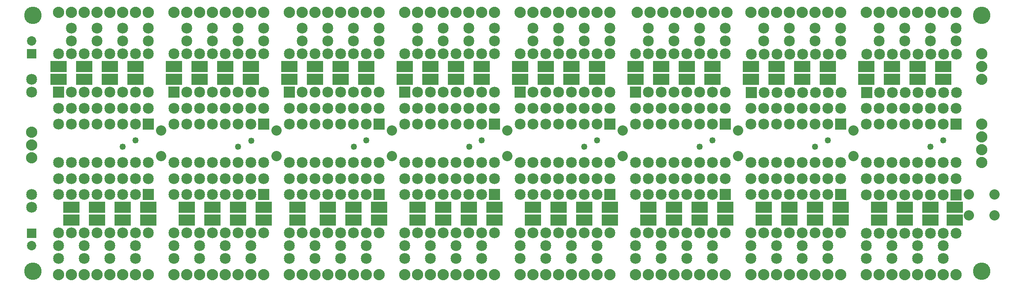
<source format=gbs>
G04 MADE WITH FRITZING*
G04 WWW.FRITZING.ORG*
G04 DOUBLE SIDED*
G04 HOLES PLATED*
G04 CONTOUR ON CENTER OF CONTOUR VECTOR*
%ASAXBY*%
%FSLAX23Y23*%
%MOIN*%
%OFA0B0*%
%SFA1.0B1.0*%
%ADD10C,0.080000*%
%ADD11C,0.088000*%
%ADD12C,0.135984*%
%ADD13C,0.072992*%
%ADD14C,0.085000*%
%ADD15C,0.049370*%
%ADD16R,0.072992X0.072992*%
%ADD17R,0.128110X0.088740*%
%ADD18R,0.085000X0.085000*%
%LNMASK0*%
G90*
G70*
G54D10*
X7660Y754D03*
X7460Y754D03*
X1160Y1254D03*
X1160Y1054D03*
X2060Y1254D03*
X2060Y1054D03*
X2960Y1254D03*
X2960Y1054D03*
X3860Y1254D03*
X3860Y1054D03*
X4760Y1254D03*
X4760Y1054D03*
X5660Y1254D03*
X5660Y1054D03*
X6560Y1254D03*
X6560Y1054D03*
X7660Y591D03*
X7460Y591D03*
G54D11*
X7560Y1004D03*
X7560Y1104D03*
X7560Y1204D03*
X7560Y1304D03*
G54D12*
X160Y2154D03*
X160Y154D03*
G54D11*
X7560Y1854D03*
X7560Y1754D03*
X7560Y1654D03*
G54D13*
X148Y452D03*
X148Y354D03*
X148Y1855D03*
X148Y1954D03*
G54D14*
X148Y754D03*
X148Y654D03*
X148Y1554D03*
X148Y1654D03*
G54D11*
X148Y1241D03*
X148Y1141D03*
X148Y1041D03*
G54D15*
X5460Y1179D03*
X5360Y1129D03*
X6260Y1129D03*
X6360Y1179D03*
X7260Y1179D03*
X7160Y1129D03*
X4560Y1179D03*
X4460Y1129D03*
X960Y1179D03*
X860Y1129D03*
X3660Y1179D03*
X3561Y1129D03*
X1861Y1175D03*
X1760Y1129D03*
X2661Y1129D03*
X2760Y1179D03*
G54D11*
X1060Y2179D03*
X960Y2179D03*
X860Y2179D03*
X760Y2179D03*
X660Y2179D03*
X560Y2179D03*
X460Y2179D03*
X360Y2179D03*
X1960Y2179D03*
X1860Y2179D03*
X1760Y2179D03*
X1660Y2179D03*
X1560Y2179D03*
X1460Y2179D03*
X1360Y2179D03*
X1260Y2179D03*
X2860Y2179D03*
X2760Y2179D03*
X2660Y2179D03*
X2560Y2179D03*
X2460Y2179D03*
X2360Y2179D03*
X2260Y2179D03*
X2160Y2179D03*
X3760Y2179D03*
X3660Y2179D03*
X3560Y2179D03*
X3460Y2179D03*
X3360Y2179D03*
X3260Y2179D03*
X3160Y2179D03*
X3060Y2179D03*
X4660Y2179D03*
X4560Y2179D03*
X4460Y2179D03*
X4360Y2179D03*
X4260Y2179D03*
X4160Y2179D03*
X4060Y2179D03*
X3960Y2179D03*
X5573Y2179D03*
X5473Y2179D03*
X5373Y2179D03*
X5273Y2179D03*
X5173Y2179D03*
X5073Y2179D03*
X4973Y2179D03*
X4873Y2179D03*
X6460Y2179D03*
X6360Y2179D03*
X6260Y2179D03*
X6160Y2179D03*
X6060Y2179D03*
X5960Y2179D03*
X5860Y2179D03*
X5760Y2179D03*
X7360Y2179D03*
X7260Y2179D03*
X7160Y2179D03*
X7060Y2179D03*
X6960Y2179D03*
X6860Y2179D03*
X6760Y2179D03*
X6660Y2179D03*
G54D12*
X7560Y154D03*
X7560Y2154D03*
G54D14*
X1060Y1304D03*
X1060Y1004D03*
X960Y1304D03*
X960Y1004D03*
X860Y1304D03*
X860Y1004D03*
X760Y1304D03*
X760Y1004D03*
X660Y1304D03*
X660Y1004D03*
X560Y1304D03*
X560Y1004D03*
X460Y1304D03*
X460Y1004D03*
X360Y1304D03*
X360Y1004D03*
X1960Y1304D03*
X1960Y1004D03*
X1860Y1304D03*
X1860Y1004D03*
X1760Y1304D03*
X1760Y1004D03*
X1660Y1304D03*
X1660Y1004D03*
X1560Y1304D03*
X1560Y1004D03*
X1460Y1304D03*
X1460Y1004D03*
X1360Y1304D03*
X1360Y1004D03*
X1260Y1304D03*
X1260Y1004D03*
X2860Y1304D03*
X2860Y1004D03*
X2760Y1304D03*
X2760Y1004D03*
X2660Y1304D03*
X2660Y1004D03*
X2560Y1304D03*
X2560Y1004D03*
X2460Y1304D03*
X2460Y1004D03*
X2360Y1304D03*
X2360Y1004D03*
X2260Y1304D03*
X2260Y1004D03*
X2160Y1304D03*
X2160Y1004D03*
X3760Y1304D03*
X3760Y1004D03*
X3660Y1304D03*
X3660Y1004D03*
X3560Y1304D03*
X3560Y1004D03*
X3460Y1304D03*
X3460Y1004D03*
X3360Y1304D03*
X3360Y1004D03*
X3260Y1304D03*
X3260Y1004D03*
X3160Y1304D03*
X3160Y1004D03*
X3060Y1304D03*
X3060Y1004D03*
X4660Y1304D03*
X4660Y1004D03*
X4560Y1304D03*
X4560Y1004D03*
X4460Y1304D03*
X4460Y1004D03*
X4360Y1304D03*
X4360Y1004D03*
X4260Y1304D03*
X4260Y1004D03*
X4160Y1304D03*
X4160Y1004D03*
X4060Y1304D03*
X4060Y1004D03*
X3960Y1304D03*
X3960Y1004D03*
X5560Y1304D03*
X5560Y1004D03*
X5460Y1304D03*
X5460Y1004D03*
X5360Y1304D03*
X5360Y1004D03*
X5260Y1304D03*
X5260Y1004D03*
X5160Y1304D03*
X5160Y1004D03*
X5060Y1304D03*
X5060Y1004D03*
X4960Y1304D03*
X4960Y1004D03*
X4860Y1304D03*
X4860Y1004D03*
X6460Y1304D03*
X6460Y1004D03*
X6360Y1304D03*
X6360Y1004D03*
X6260Y1304D03*
X6260Y1004D03*
X6160Y1304D03*
X6160Y1004D03*
X6060Y1304D03*
X6060Y1004D03*
X5960Y1304D03*
X5960Y1004D03*
X5860Y1304D03*
X5860Y1004D03*
X5760Y1304D03*
X5760Y1004D03*
X7360Y1304D03*
X7360Y1004D03*
X7260Y1304D03*
X7260Y1004D03*
X7160Y1304D03*
X7160Y1004D03*
X7060Y1304D03*
X7060Y1004D03*
X6960Y1304D03*
X6960Y1004D03*
X6860Y1304D03*
X6860Y1004D03*
X6760Y1304D03*
X6760Y1004D03*
X6660Y1304D03*
X6660Y1004D03*
X1060Y754D03*
X1060Y454D03*
X960Y754D03*
X960Y454D03*
X860Y754D03*
X860Y454D03*
X760Y754D03*
X760Y454D03*
X660Y754D03*
X660Y454D03*
X560Y754D03*
X560Y454D03*
X460Y754D03*
X460Y454D03*
X360Y754D03*
X360Y454D03*
X1960Y754D03*
X1960Y454D03*
X1860Y754D03*
X1860Y454D03*
X1760Y754D03*
X1760Y454D03*
X1660Y754D03*
X1660Y454D03*
X1560Y754D03*
X1560Y454D03*
X1460Y754D03*
X1460Y454D03*
X1360Y754D03*
X1360Y454D03*
X1260Y754D03*
X1260Y454D03*
X2860Y754D03*
X2860Y454D03*
X2760Y754D03*
X2760Y454D03*
X2660Y754D03*
X2660Y454D03*
X2560Y754D03*
X2560Y454D03*
X2460Y754D03*
X2460Y454D03*
X2360Y754D03*
X2360Y454D03*
X2260Y754D03*
X2260Y454D03*
X2160Y754D03*
X2160Y454D03*
X3760Y754D03*
X3760Y454D03*
X3660Y754D03*
X3660Y454D03*
X3560Y754D03*
X3560Y454D03*
X3460Y754D03*
X3460Y454D03*
X3360Y754D03*
X3360Y454D03*
X3260Y754D03*
X3260Y454D03*
X3160Y754D03*
X3160Y454D03*
X3060Y754D03*
X3060Y454D03*
X4660Y754D03*
X4660Y454D03*
X4560Y754D03*
X4560Y454D03*
X4460Y754D03*
X4460Y454D03*
X4360Y754D03*
X4360Y454D03*
X4260Y754D03*
X4260Y454D03*
X4160Y754D03*
X4160Y454D03*
X4060Y754D03*
X4060Y454D03*
X3960Y754D03*
X3960Y454D03*
X5560Y754D03*
X5560Y454D03*
X5460Y754D03*
X5460Y454D03*
X5360Y754D03*
X5360Y454D03*
X5260Y754D03*
X5260Y454D03*
X5160Y754D03*
X5160Y454D03*
X5060Y754D03*
X5060Y454D03*
X4960Y754D03*
X4960Y454D03*
X4860Y754D03*
X4860Y454D03*
X6460Y754D03*
X6460Y454D03*
X6360Y754D03*
X6360Y454D03*
X6260Y754D03*
X6260Y454D03*
X6160Y754D03*
X6160Y454D03*
X6060Y754D03*
X6060Y454D03*
X5960Y754D03*
X5960Y454D03*
X5860Y754D03*
X5860Y454D03*
X5760Y754D03*
X5760Y454D03*
X7360Y753D03*
X7360Y453D03*
X7260Y753D03*
X7260Y453D03*
X7160Y753D03*
X7160Y453D03*
X7060Y753D03*
X7060Y453D03*
X6960Y753D03*
X6960Y453D03*
X6860Y753D03*
X6860Y453D03*
X6760Y753D03*
X6760Y453D03*
X6660Y753D03*
X6660Y453D03*
X360Y1554D03*
X360Y1854D03*
X460Y1554D03*
X460Y1854D03*
X560Y1554D03*
X560Y1854D03*
X660Y1554D03*
X660Y1854D03*
X760Y1554D03*
X760Y1854D03*
X860Y1554D03*
X860Y1854D03*
X960Y1554D03*
X960Y1854D03*
X1060Y1554D03*
X1060Y1854D03*
X1260Y1554D03*
X1260Y1854D03*
X1360Y1554D03*
X1360Y1854D03*
X1460Y1554D03*
X1460Y1854D03*
X1560Y1554D03*
X1560Y1854D03*
X1660Y1554D03*
X1660Y1854D03*
X1760Y1554D03*
X1760Y1854D03*
X1860Y1554D03*
X1860Y1854D03*
X1960Y1554D03*
X1960Y1854D03*
X2160Y1554D03*
X2160Y1854D03*
X2260Y1554D03*
X2260Y1854D03*
X2360Y1554D03*
X2360Y1854D03*
X2460Y1554D03*
X2460Y1854D03*
X2560Y1554D03*
X2560Y1854D03*
X2660Y1554D03*
X2660Y1854D03*
X2760Y1554D03*
X2760Y1854D03*
X2860Y1554D03*
X2860Y1854D03*
X3060Y1554D03*
X3060Y1854D03*
X3160Y1554D03*
X3160Y1854D03*
X3260Y1554D03*
X3260Y1854D03*
X3360Y1554D03*
X3360Y1854D03*
X3460Y1554D03*
X3460Y1854D03*
X3560Y1554D03*
X3560Y1854D03*
X3660Y1554D03*
X3660Y1854D03*
X3760Y1554D03*
X3760Y1854D03*
X3960Y1554D03*
X3960Y1854D03*
X4060Y1554D03*
X4060Y1854D03*
X4160Y1554D03*
X4160Y1854D03*
X4260Y1554D03*
X4260Y1854D03*
X4360Y1554D03*
X4360Y1854D03*
X4460Y1554D03*
X4460Y1854D03*
X4560Y1554D03*
X4560Y1854D03*
X4660Y1554D03*
X4660Y1854D03*
X5761Y1553D03*
X5761Y1853D03*
X5861Y1553D03*
X5861Y1853D03*
X5961Y1553D03*
X5961Y1853D03*
X6061Y1553D03*
X6061Y1853D03*
X6161Y1553D03*
X6161Y1853D03*
X6261Y1553D03*
X6261Y1853D03*
X6361Y1553D03*
X6361Y1853D03*
X6461Y1553D03*
X6461Y1853D03*
X4860Y1554D03*
X4860Y1854D03*
X4960Y1554D03*
X4960Y1854D03*
X5060Y1554D03*
X5060Y1854D03*
X5160Y1554D03*
X5160Y1854D03*
X5260Y1554D03*
X5260Y1854D03*
X5360Y1554D03*
X5360Y1854D03*
X5460Y1554D03*
X5460Y1854D03*
X5560Y1554D03*
X5560Y1854D03*
X6661Y1553D03*
X6661Y1853D03*
X6761Y1553D03*
X6761Y1853D03*
X6861Y1553D03*
X6861Y1853D03*
X6961Y1553D03*
X6961Y1853D03*
X7061Y1553D03*
X7061Y1853D03*
X7161Y1553D03*
X7161Y1853D03*
X7261Y1553D03*
X7261Y1853D03*
X7361Y1553D03*
X7361Y1853D03*
X7360Y1954D03*
X7360Y2054D03*
X6960Y2054D03*
X6960Y1954D03*
X5560Y2054D03*
X5560Y1954D03*
X6460Y2054D03*
X6460Y1954D03*
X5360Y2054D03*
X5360Y1954D03*
X6260Y2054D03*
X6260Y1954D03*
X5160Y2054D03*
X5160Y1954D03*
X6060Y2054D03*
X6060Y1954D03*
X4960Y2054D03*
X4960Y1954D03*
X5860Y2054D03*
X5860Y1954D03*
X7260Y879D03*
X7360Y879D03*
X7060Y879D03*
X7160Y879D03*
X6860Y879D03*
X6960Y879D03*
X360Y879D03*
X460Y879D03*
X1260Y879D03*
X1360Y879D03*
X2160Y879D03*
X2260Y879D03*
X3060Y879D03*
X3160Y879D03*
X3960Y879D03*
X4060Y879D03*
X4860Y879D03*
X4960Y879D03*
X5760Y879D03*
X5860Y879D03*
X560Y879D03*
X660Y879D03*
X1460Y879D03*
X1560Y879D03*
X2360Y879D03*
X2460Y879D03*
X3260Y879D03*
X3360Y879D03*
X4160Y879D03*
X4260Y879D03*
X5060Y879D03*
X5160Y879D03*
X5960Y879D03*
X6060Y879D03*
X760Y879D03*
X860Y879D03*
X1660Y879D03*
X1760Y879D03*
X2560Y879D03*
X2660Y879D03*
X3460Y879D03*
X3560Y879D03*
X4360Y879D03*
X4460Y879D03*
X5260Y879D03*
X5360Y879D03*
X6160Y879D03*
X6260Y879D03*
X960Y879D03*
X1060Y879D03*
X1860Y879D03*
X1960Y879D03*
X2760Y879D03*
X2860Y879D03*
X3660Y879D03*
X3760Y879D03*
X4560Y879D03*
X4660Y879D03*
X5460Y879D03*
X5560Y879D03*
X6360Y879D03*
X6460Y879D03*
X6660Y879D03*
X6760Y879D03*
X7260Y1429D03*
X7360Y1429D03*
X6860Y1429D03*
X6960Y1429D03*
X7160Y1429D03*
X7060Y1429D03*
X960Y1429D03*
X1060Y1429D03*
X1860Y1429D03*
X1960Y1429D03*
X2760Y1429D03*
X2860Y1429D03*
X3660Y1429D03*
X3760Y1429D03*
X4560Y1429D03*
X4660Y1429D03*
X5460Y1429D03*
X5560Y1429D03*
X6360Y1429D03*
X6460Y1429D03*
X860Y1429D03*
X760Y1429D03*
X1760Y1429D03*
X1660Y1429D03*
X2660Y1429D03*
X2560Y1429D03*
X3560Y1429D03*
X3460Y1429D03*
X4460Y1429D03*
X4360Y1429D03*
X5360Y1429D03*
X5260Y1429D03*
X6260Y1429D03*
X6160Y1429D03*
X560Y1429D03*
X660Y1429D03*
X1460Y1429D03*
X1560Y1429D03*
X2360Y1429D03*
X2460Y1429D03*
X3260Y1429D03*
X3360Y1429D03*
X4160Y1429D03*
X4260Y1429D03*
X5060Y1429D03*
X5160Y1429D03*
X5960Y1429D03*
X6060Y1429D03*
X460Y1429D03*
X360Y1429D03*
X1360Y1429D03*
X1260Y1429D03*
X2260Y1429D03*
X2160Y1429D03*
X3160Y1429D03*
X3060Y1429D03*
X4060Y1429D03*
X3960Y1429D03*
X4960Y1429D03*
X4860Y1429D03*
X5860Y1429D03*
X5760Y1429D03*
X6760Y1429D03*
X6660Y1429D03*
X7260Y354D03*
X7260Y254D03*
X7060Y354D03*
X7060Y254D03*
X6860Y354D03*
X6860Y254D03*
X960Y354D03*
X960Y254D03*
X1860Y354D03*
X1860Y254D03*
X2760Y354D03*
X2760Y254D03*
X3660Y354D03*
X3660Y254D03*
X4560Y354D03*
X4560Y254D03*
X5460Y354D03*
X5460Y254D03*
X6360Y354D03*
X6360Y254D03*
X760Y354D03*
X760Y254D03*
X1660Y354D03*
X1660Y254D03*
X2560Y354D03*
X2560Y254D03*
X3460Y354D03*
X3460Y254D03*
X4360Y354D03*
X4360Y254D03*
X5260Y354D03*
X5260Y254D03*
X6160Y354D03*
X6160Y254D03*
X560Y354D03*
X560Y254D03*
X1460Y354D03*
X1460Y254D03*
X2360Y354D03*
X2360Y254D03*
X3260Y354D03*
X3260Y254D03*
X4160Y354D03*
X4160Y254D03*
X5060Y354D03*
X5060Y254D03*
X5960Y354D03*
X5960Y254D03*
X360Y354D03*
X360Y254D03*
X1260Y354D03*
X1260Y254D03*
X2160Y354D03*
X2160Y254D03*
X3060Y354D03*
X3060Y254D03*
X3960Y354D03*
X3960Y254D03*
X4860Y354D03*
X4860Y254D03*
X5760Y354D03*
X5760Y254D03*
X6660Y354D03*
X6660Y254D03*
X4660Y2054D03*
X4660Y1954D03*
X4460Y2054D03*
X4460Y1954D03*
X1060Y2054D03*
X1060Y1954D03*
X660Y2054D03*
X660Y1954D03*
X860Y2054D03*
X860Y1954D03*
X460Y2054D03*
X460Y1954D03*
X1960Y2054D03*
X1960Y1954D03*
X1560Y2054D03*
X1560Y1954D03*
X1760Y2054D03*
X1760Y1954D03*
X1360Y2054D03*
X1360Y1954D03*
X2860Y2054D03*
X2860Y1954D03*
X2460Y2054D03*
X2460Y1954D03*
X2660Y2054D03*
X2660Y1954D03*
X2260Y2054D03*
X2260Y1954D03*
X3160Y2054D03*
X3160Y1954D03*
X3360Y2054D03*
X3360Y1954D03*
X3560Y2054D03*
X3560Y1954D03*
X3760Y2054D03*
X3760Y1954D03*
X4060Y2054D03*
X4060Y1954D03*
X4260Y2054D03*
X4260Y1954D03*
G54D11*
X360Y129D03*
X460Y129D03*
X560Y129D03*
X660Y129D03*
X760Y129D03*
X860Y129D03*
X960Y129D03*
X1060Y129D03*
X1260Y129D03*
X1360Y129D03*
X1460Y129D03*
X1560Y129D03*
X1660Y129D03*
X1760Y129D03*
X1860Y129D03*
X1960Y129D03*
X2160Y129D03*
X2260Y129D03*
X2360Y129D03*
X2460Y129D03*
X2560Y129D03*
X2660Y129D03*
X2760Y129D03*
X2860Y129D03*
X3060Y129D03*
X3160Y129D03*
X3260Y129D03*
X3360Y129D03*
X3460Y129D03*
X3560Y129D03*
X3660Y129D03*
X3760Y129D03*
X3960Y129D03*
X4060Y129D03*
X4160Y129D03*
X4260Y129D03*
X4360Y129D03*
X4460Y129D03*
X4560Y129D03*
X4660Y129D03*
X6660Y129D03*
X6760Y129D03*
X6860Y129D03*
X6960Y129D03*
X7060Y129D03*
X7160Y129D03*
X7260Y129D03*
X7360Y129D03*
X5760Y129D03*
X5860Y129D03*
X5960Y129D03*
X6060Y129D03*
X6160Y129D03*
X6260Y129D03*
X6360Y129D03*
X6460Y129D03*
X4860Y129D03*
X4960Y129D03*
X5060Y129D03*
X5160Y129D03*
X5260Y129D03*
X5360Y129D03*
X5460Y129D03*
X5560Y129D03*
G54D14*
X7160Y1954D03*
X7160Y2054D03*
X6760Y2054D03*
X6760Y1954D03*
G54D16*
X148Y452D03*
X148Y1855D03*
G54D17*
X360Y1754D03*
X1260Y1754D03*
X2160Y1754D03*
X3060Y1754D03*
X3960Y1754D03*
X360Y1654D03*
X1260Y1654D03*
X2160Y1654D03*
X3060Y1654D03*
X3960Y1654D03*
X960Y1654D03*
X1860Y1654D03*
X2760Y1654D03*
X3660Y1654D03*
X4560Y1654D03*
X760Y1754D03*
X1660Y1754D03*
X2560Y1754D03*
X3460Y1754D03*
X4360Y1754D03*
X960Y1754D03*
X1860Y1754D03*
X2760Y1754D03*
X3660Y1754D03*
X4560Y1754D03*
X560Y1754D03*
X1460Y1754D03*
X2360Y1754D03*
X3260Y1754D03*
X4160Y1754D03*
X560Y1654D03*
X1460Y1654D03*
X2360Y1654D03*
X3260Y1654D03*
X4160Y1654D03*
X760Y1654D03*
X1660Y1654D03*
X2560Y1654D03*
X3460Y1654D03*
X4360Y1654D03*
X4860Y1754D03*
X4860Y1654D03*
X5460Y1654D03*
X5260Y1754D03*
X5460Y1754D03*
X5060Y1754D03*
X5060Y1654D03*
X5260Y1654D03*
X5760Y1754D03*
X5760Y1654D03*
X6360Y1654D03*
X6160Y1754D03*
X6360Y1754D03*
X5960Y1754D03*
X5960Y1654D03*
X6160Y1654D03*
X6660Y1754D03*
X6660Y1654D03*
X7260Y1654D03*
X7060Y1754D03*
X7260Y1754D03*
X6860Y1754D03*
X6860Y1654D03*
X7060Y1654D03*
X6960Y554D03*
X7348Y554D03*
X6960Y654D03*
X7348Y654D03*
X7160Y654D03*
X7160Y554D03*
X6760Y554D03*
X6760Y654D03*
X6060Y554D03*
X6460Y554D03*
X6060Y654D03*
X6460Y654D03*
X6260Y654D03*
X6260Y554D03*
X5860Y554D03*
X5860Y654D03*
X5160Y554D03*
X5560Y554D03*
X5160Y654D03*
X5560Y654D03*
X5360Y654D03*
X5360Y554D03*
X4960Y554D03*
X4960Y654D03*
X1060Y654D03*
X1960Y654D03*
X2860Y654D03*
X3760Y654D03*
X4660Y654D03*
X1060Y554D03*
X1960Y554D03*
X2860Y554D03*
X3760Y554D03*
X4660Y554D03*
X860Y554D03*
X1760Y554D03*
X2660Y554D03*
X3560Y554D03*
X4460Y554D03*
X860Y654D03*
X1760Y654D03*
X2660Y654D03*
X3560Y654D03*
X4460Y654D03*
X660Y554D03*
X1560Y554D03*
X2460Y554D03*
X3360Y554D03*
X4260Y554D03*
X660Y654D03*
X1560Y654D03*
X2460Y654D03*
X3360Y654D03*
X4260Y654D03*
X460Y554D03*
X1360Y554D03*
X2223Y554D03*
X3160Y554D03*
X4060Y554D03*
X460Y654D03*
X1360Y654D03*
X2223Y654D03*
X3160Y654D03*
X4060Y654D03*
G54D18*
X1060Y1304D03*
X1960Y1304D03*
X2860Y1304D03*
X3760Y1304D03*
X4660Y1304D03*
X5560Y1304D03*
X6460Y1304D03*
X7360Y1304D03*
X1060Y754D03*
X1960Y754D03*
X2860Y754D03*
X3760Y754D03*
X4660Y754D03*
X5560Y754D03*
X6460Y754D03*
X7360Y753D03*
X360Y1554D03*
X1260Y1554D03*
X2160Y1554D03*
X3060Y1554D03*
X3960Y1554D03*
X5761Y1553D03*
X4860Y1554D03*
X6661Y1553D03*
G04 End of Mask0*
M02*
</source>
